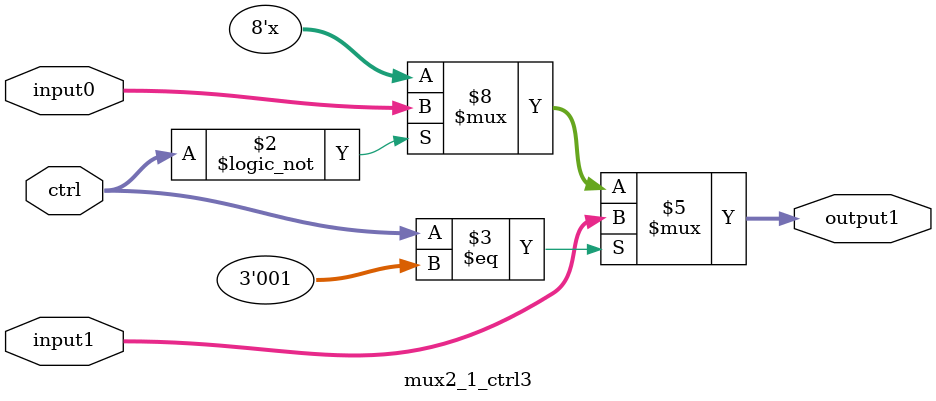
<source format=v>
`timescale 1ns / 1ns

module mux2_1_ctrl3(output1, input0, input1, ctrl);

//-------------Input Ports-----------------------------
input wire [2:0] ctrl;		//3 bit control
input wire [7:0] input0;	//input at 0
input wire [7:0] input1;	//input at 1

//-------------Output Ports----------------------------

output reg [7:0] output1; 	//8 bits of output

//------------------Instructions-----------------------
//ctrl = ALUsrc (1 iff I type instruction)

always @(input0||input1)
	begin
		if (ctrl == 0)
			output1 = input0;
		if (ctrl == 1)
			output1 = input1;
	end

endmodule

</source>
